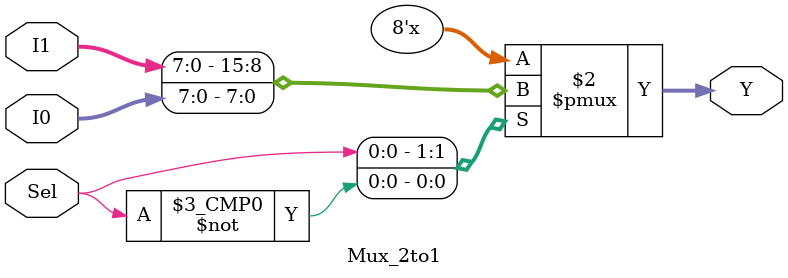
<source format=v>
module Mux_2to1(I0,I1,Sel,Y);
input [7:0] I1;
input[7:0] I0; 
input Sel;
output[7:0] Y;
always @(*)begin
    case(Sel)
    1'b1: Y=I1;
    1'b0: Y=I0;
    default: Y=8'b0;
    endcase
end
endmodule

</source>
